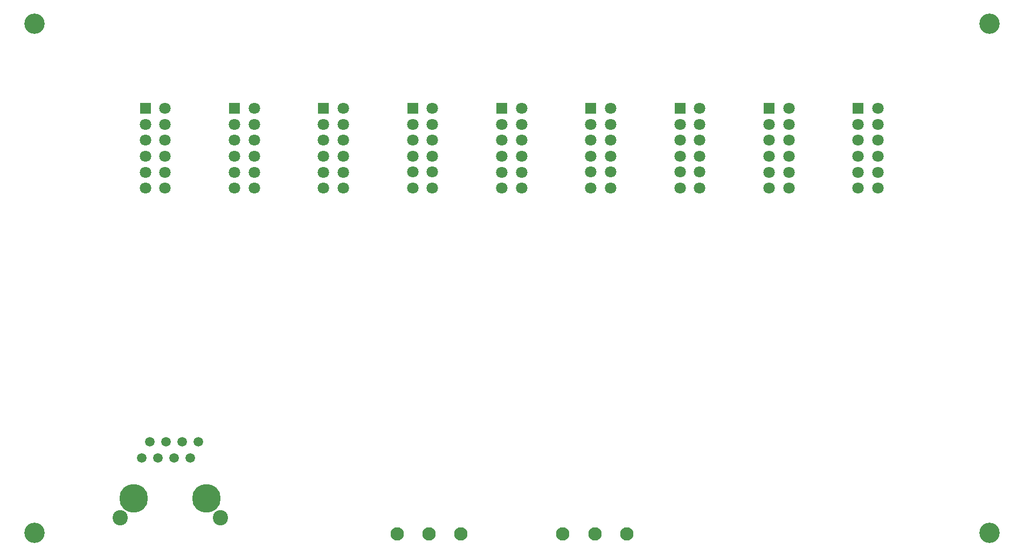
<source format=gbr>
%TF.GenerationSoftware,KiCad,Pcbnew,(6.0.10-0)*%
%TF.CreationDate,2023-01-04T14:52:54-08:00*%
%TF.ProjectId,rgbcct_module,72676263-6374-45f6-9d6f-64756c652e6b,1.0*%
%TF.SameCoordinates,Original*%
%TF.FileFunction,Soldermask,Bot*%
%TF.FilePolarity,Negative*%
%FSLAX46Y46*%
G04 Gerber Fmt 4.6, Leading zero omitted, Abs format (unit mm)*
G04 Created by KiCad (PCBNEW (6.0.10-0)) date 2023-01-04 14:52:54*
%MOMM*%
%LPD*%
G01*
G04 APERTURE LIST*
%ADD10C,2.100000*%
%ADD11C,2.400000*%
%ADD12C,4.500000*%
%ADD13C,1.500000*%
%ADD14C,3.200000*%
%ADD15C,1.800000*%
%ADD16R,1.800000X1.800000*%
G04 APERTURE END LIST*
D10*
%TO.C,J11*%
X141752390Y-131131816D03*
X136752390Y-131131816D03*
X131752390Y-131131816D03*
%TD*%
D11*
%TO.C,J10*%
X103927390Y-128576816D03*
X88177390Y-128576816D03*
D12*
X90337390Y-125526816D03*
X101767390Y-125526816D03*
D13*
X100497390Y-116636816D03*
X99227390Y-119176816D03*
X97957390Y-116636816D03*
X96687390Y-119176816D03*
X95417390Y-116636816D03*
X94147390Y-119176816D03*
X92877390Y-116636816D03*
X91607390Y-119176816D03*
%TD*%
D14*
%TO.C,H3*%
X224752390Y-50931816D03*
%TD*%
D15*
%TO.C,J1*%
X95252390Y-76791816D03*
X92152390Y-76791816D03*
X95252390Y-74291816D03*
X92152390Y-74291816D03*
X95252390Y-71791816D03*
X92152390Y-71791816D03*
X95252390Y-69291816D03*
X92152390Y-69291816D03*
X95252390Y-66791816D03*
X92152390Y-66791816D03*
X95252390Y-64291816D03*
D16*
X92152390Y-64291816D03*
%TD*%
D15*
%TO.C,J4*%
X137252390Y-76766816D03*
X134152390Y-76766816D03*
X137252390Y-74266816D03*
X134152390Y-74266816D03*
X137252390Y-71766816D03*
X134152390Y-71766816D03*
X137252390Y-69266816D03*
X134152390Y-69266816D03*
X137252390Y-66766816D03*
X134152390Y-66766816D03*
X137252390Y-64266816D03*
D16*
X134152390Y-64266816D03*
%TD*%
D14*
%TO.C,H1*%
X74752390Y-130931816D03*
%TD*%
D15*
%TO.C,J6*%
X165252390Y-76766816D03*
X162152390Y-76766816D03*
X165252390Y-74266816D03*
X162152390Y-74266816D03*
X165252390Y-71766816D03*
X162152390Y-71766816D03*
X165252390Y-69266816D03*
X162152390Y-69266816D03*
X165252390Y-66766816D03*
X162152390Y-66766816D03*
X165252390Y-64266816D03*
D16*
X162152390Y-64266816D03*
%TD*%
D14*
%TO.C,H4*%
X224752390Y-130931816D03*
%TD*%
D15*
%TO.C,J9*%
X207252390Y-76791816D03*
X204152390Y-76791816D03*
X207252390Y-74291816D03*
X204152390Y-74291816D03*
X207252390Y-71791816D03*
X204152390Y-71791816D03*
X207252390Y-69291816D03*
X204152390Y-69291816D03*
X207252390Y-66791816D03*
X204152390Y-66791816D03*
X207252390Y-64291816D03*
D16*
X204152390Y-64291816D03*
%TD*%
D10*
%TO.C,J12*%
X167752390Y-131131816D03*
X162752390Y-131131816D03*
X157752390Y-131131816D03*
%TD*%
D15*
%TO.C,J2*%
X109252390Y-76791816D03*
X106152390Y-76791816D03*
X109252390Y-74291816D03*
X106152390Y-74291816D03*
X109252390Y-71791816D03*
X106152390Y-71791816D03*
X109252390Y-69291816D03*
X106152390Y-69291816D03*
X109252390Y-66791816D03*
X106152390Y-66791816D03*
X109252390Y-64291816D03*
D16*
X106152390Y-64291816D03*
%TD*%
D15*
%TO.C,J3*%
X123252390Y-76791816D03*
X120152390Y-76791816D03*
X123252390Y-74291816D03*
X120152390Y-74291816D03*
X123252390Y-71791816D03*
X120152390Y-71791816D03*
X123252390Y-69291816D03*
X120152390Y-69291816D03*
X123252390Y-66791816D03*
X120152390Y-66791816D03*
X123252390Y-64291816D03*
D16*
X120152390Y-64291816D03*
%TD*%
D15*
%TO.C,J7*%
X179252390Y-76766816D03*
X176152390Y-76766816D03*
X179252390Y-74266816D03*
X176152390Y-74266816D03*
X179252390Y-71766816D03*
X176152390Y-71766816D03*
X179252390Y-69266816D03*
X176152390Y-69266816D03*
X179252390Y-66766816D03*
X176152390Y-66766816D03*
X179252390Y-64266816D03*
D16*
X176152390Y-64266816D03*
%TD*%
D15*
%TO.C,J8*%
X193252390Y-76791816D03*
X190152390Y-76791816D03*
X193252390Y-74291816D03*
X190152390Y-74291816D03*
X193252390Y-71791816D03*
X190152390Y-71791816D03*
X193252390Y-69291816D03*
X190152390Y-69291816D03*
X193252390Y-66791816D03*
X190152390Y-66791816D03*
X193252390Y-64291816D03*
D16*
X190152390Y-64291816D03*
%TD*%
D15*
%TO.C,J5*%
X151252390Y-76791816D03*
X148152390Y-76791816D03*
X151252390Y-74291816D03*
X148152390Y-74291816D03*
X151252390Y-71791816D03*
X148152390Y-71791816D03*
X151252390Y-69291816D03*
X148152390Y-69291816D03*
X151252390Y-66791816D03*
X148152390Y-66791816D03*
X151252390Y-64291816D03*
D16*
X148152390Y-64291816D03*
%TD*%
D14*
%TO.C,H2*%
X74752390Y-50931816D03*
%TD*%
M02*

</source>
